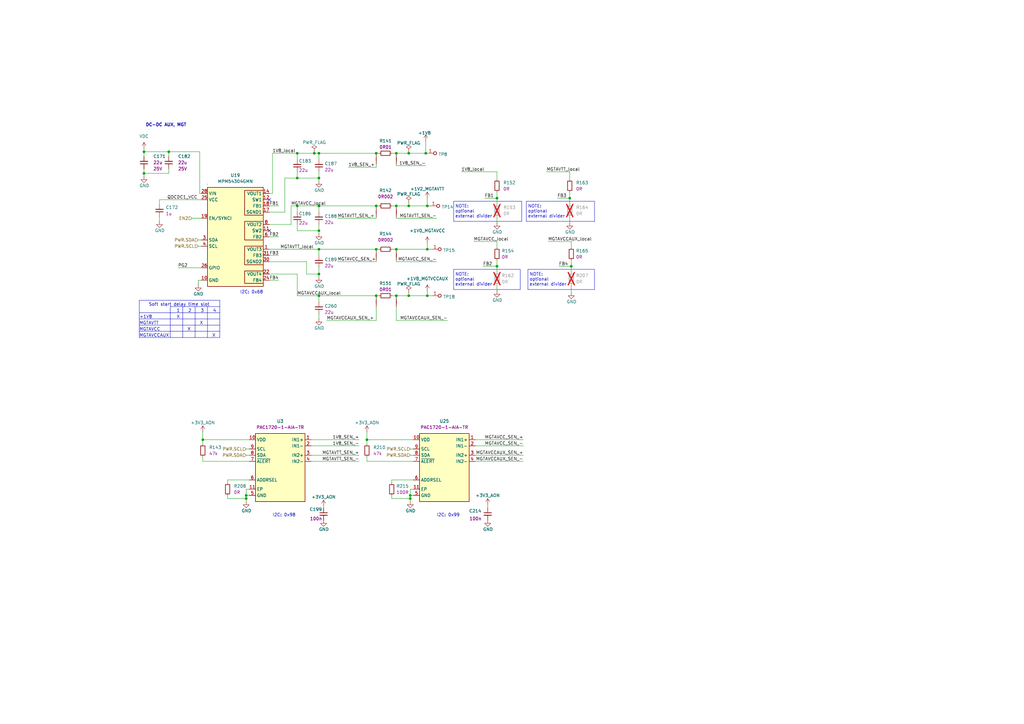
<source format=kicad_sch>
(kicad_sch (version 20230121) (generator eeschema)
  (paper "A3")
  (title_block (title "RDIMM DDR5 Tester") (date "2024-09-26") (rev "2.0.0"))
  (junction (at 154.305 84.455))
  (junction (at 168.275 203.2))
  (junction (at 167.64 84.455))
  (junction (at 162.56 62.865))
  (junction (at 174.625 62.865))
  (junction (at 130.81 84.455))
  (junction (at 175.26 121.285))
  (junction (at 69.215 62.23))
  (junction (at 167.64 62.865))
  (junction (at 59.055 71.12))
  (junction (at 128.905 62.865))
  (junction (at 175.26 84.455))
  (junction (at 59.055 62.23))
  (junction (at 168.275 204.47))
  (junction (at 233.68 81.28))
  (junction (at 121.92 62.865))
  (junction (at 150.495 180.34))
  (junction (at 154.305 62.865))
  (junction (at 234.315 109.22))
  (junction (at 100.965 204.47))
  (junction (at 130.81 62.865))
  (junction (at 203.835 109.22))
  (junction (at 100.965 203.2))
  (junction (at 121.92 73.025))
  (junction (at 154.305 102.235))
  (junction (at 162.56 102.235))
  (junction (at 203.835 81.28))
  (junction (at 175.26 102.235))
  (junction (at 130.81 102.235))
  (junction (at 130.81 94.615))
  (junction (at 130.81 121.285))
  (junction (at 167.64 121.285))
  (junction (at 162.56 84.455))
  (junction (at 130.81 73.025))
  (junction (at 162.56 121.285))
  (junction (at 83.185 180.34))
  (junction (at 121.92 84.455))
  (junction (at 130.81 112.395))
  (junction (at 154.305 121.285))
  (no_connect (at 110.49 81.915))
  (no_connect (at 110.49 94.615))
  (wire (pts (xy 130.81 102.235) (xy 154.305 102.235)))
  (wire (pts (xy 154.305 102.235) (xy 155.575 102.235)))
  (wire (pts (xy 200.025 207.01) (xy 200.025 208.28)))
  (wire (pts (xy 116.84 86.995) (xy 116.84 73.025)))
  (wire (pts (xy 81.28 98.425) (xy 82.55 98.425)))
  (wire (pts (xy 168.275 200.66) (xy 168.275 203.2)))
  (wire (pts (xy 59.055 62.23) (xy 59.055 64.135)))
  (wire (pts (xy 162.56 67.945) (xy 174.625 67.945)))
  (wire (pts (xy 203.835 99.06) (xy 203.835 101.6)))
  (wire (pts (xy 130.81 70.485) (xy 130.81 73.025)))
  (wire (pts (xy 132.715 207.645) (xy 132.715 208.28)))
  (wire (pts (xy 203.835 109.22) (xy 203.835 111.76)))
  (wire (pts (xy 111.76 62.865) (xy 121.92 62.865)))
  (wire (pts (xy 162.56 107.315) (xy 179.07 107.315)))
  (wire (pts (xy 81.28 114.935) (xy 82.55 114.935)))
  (polyline (pts (xy 80.01 125.73) (xy 80.01 138.43)))
  (wire (pts (xy 83.185 182.245) (xy 83.185 180.34)))
  (polyline (pts (xy 90.17 130.81) (xy 90.17 133.35)))
  (polyline (pts (xy 186.055 82.55) (xy 186.055 90.805)))
  (wire (pts (xy 169.545 203.2) (xy 168.275 203.2)))
  (wire (pts (xy 175.26 99.695) (xy 175.26 102.235)))
  (wire (pts (xy 162.56 102.87) (xy 162.56 102.235)))
  (wire (pts (xy 59.055 69.215) (xy 59.055 71.12)))
  (wire (pts (xy 93.345 203.2) (xy 93.345 204.47)))
  (polyline (pts (xy 90.17 130.81) (xy 90.17 123.19)))
  (wire (pts (xy 100.965 200.66) (xy 100.965 203.2)))
  (wire (pts (xy 154.305 121.285) (xy 155.575 121.285)))
  (polyline (pts (xy 57.15 130.81) (xy 90.17 130.81)))
  (wire (pts (xy 150.495 177.165) (xy 150.495 180.34)))
  (wire (pts (xy 175.26 102.235) (xy 177.165 102.235)))
  (wire (pts (xy 198.12 109.22) (xy 203.835 109.22)))
  (wire (pts (xy 100.965 184.15) (xy 102.235 184.15)))
  (wire (pts (xy 233.68 88.9) (xy 233.68 91.44)))
  (wire (pts (xy 130.81 84.455) (xy 154.305 84.455)))
  (polyline (pts (xy 243.84 110.49) (xy 243.84 118.745)))
  (polyline (pts (xy 215.9 82.55) (xy 215.9 90.805)))
  (wire (pts (xy 110.49 97.155) (xy 114.3 97.155)))
  (wire (pts (xy 121.92 62.865) (xy 121.92 65.405)))
  (wire (pts (xy 168.275 184.15) (xy 169.545 184.15)))
  (wire (pts (xy 110.49 114.935) (xy 114.3 114.935)))
  (polyline (pts (xy 69.85 125.73) (xy 69.85 127)))
  (wire (pts (xy 114.3 84.455) (xy 110.49 84.455)))
  (wire (pts (xy 121.92 70.485) (xy 121.92 73.025)))
  (wire (pts (xy 81.915 62.23) (xy 81.915 79.375)))
  (polyline (pts (xy 57.15 135.89) (xy 90.17 135.89)))
  (wire (pts (xy 102.235 200.66) (xy 100.965 200.66)))
  (wire (pts (xy 160.655 203.2) (xy 160.655 204.47)))
  (wire (pts (xy 194.945 182.88) (xy 214.63 182.88)))
  (polyline (pts (xy 243.84 82.55) (xy 243.84 90.805)))
  (wire (pts (xy 229.235 109.22) (xy 234.315 109.22)))
  (wire (pts (xy 128.905 62.865) (xy 130.81 62.865)))
  (wire (pts (xy 167.64 121.285) (xy 175.26 121.285)))
  (wire (pts (xy 162.56 107.315) (xy 162.56 106.68)))
  (wire (pts (xy 160.655 196.85) (xy 160.655 198.12)))
  (wire (pts (xy 175.26 84.455) (xy 176.53 84.455)))
  (wire (pts (xy 150.495 189.23) (xy 169.545 189.23)))
  (wire (pts (xy 100.965 203.2) (xy 100.965 204.47)))
  (wire (pts (xy 194.945 186.69) (xy 214.63 186.69)))
  (wire (pts (xy 59.055 60.96) (xy 59.055 62.23)))
  (wire (pts (xy 121.92 112.395) (xy 121.92 121.285)))
  (wire (pts (xy 175.26 62.865) (xy 174.625 62.865)))
  (polyline (pts (xy 213.995 82.55) (xy 213.995 90.805)))
  (polyline (pts (xy 216.535 110.49) (xy 216.535 118.745)))
  (polyline (pts (xy 215.9 82.55) (xy 243.84 82.55)))
  (wire (pts (xy 160.655 102.235) (xy 162.56 102.235)))
  (wire (pts (xy 162.56 62.865) (xy 167.64 62.865)))
  (wire (pts (xy 194.945 180.34) (xy 214.63 180.34)))
  (wire (pts (xy 127.635 180.34) (xy 147.32 180.34)))
  (wire (pts (xy 224.79 99.06) (xy 234.315 99.06)))
  (polyline (pts (xy 90.17 138.43) (xy 90.17 133.35)))
  (wire (pts (xy 110.49 79.375) (xy 111.76 79.375)))
  (wire (pts (xy 162.56 67.31) (xy 162.56 67.945)))
  (wire (pts (xy 130.81 128.905) (xy 130.81 130.81)))
  (wire (pts (xy 174.625 62.865) (xy 174.625 57.785)))
  (wire (pts (xy 130.81 73.025) (xy 130.81 74.295)))
  (wire (pts (xy 110.49 92.075) (xy 119.38 92.075)))
  (wire (pts (xy 203.835 70.485) (xy 203.835 73.66)))
  (wire (pts (xy 234.315 109.22) (xy 234.315 111.76)))
  (polyline (pts (xy 243.84 90.805) (xy 215.9 90.805)))
  (wire (pts (xy 150.495 189.23) (xy 150.495 187.325)))
  (wire (pts (xy 162.56 125.73) (xy 162.56 131.445)))
  (wire (pts (xy 83.185 189.23) (xy 83.185 187.325)))
  (wire (pts (xy 154.305 89.535) (xy 138.43 89.535)))
  (wire (pts (xy 102.235 196.85) (xy 93.345 196.85)))
  (wire (pts (xy 65.405 81.915) (xy 82.55 81.915)))
  (wire (pts (xy 154.305 107.315) (xy 138.43 107.315)))
  (wire (pts (xy 121.92 84.455) (xy 130.81 84.455)))
  (wire (pts (xy 81.915 79.375) (xy 82.55 79.375)))
  (wire (pts (xy 224.155 70.485) (xy 233.68 70.485)))
  (wire (pts (xy 194.945 189.23) (xy 214.63 189.23)))
  (wire (pts (xy 100.965 186.69) (xy 102.235 186.69)))
  (wire (pts (xy 110.49 112.395) (xy 121.92 112.395)))
  (wire (pts (xy 162.56 85.09) (xy 162.56 84.455)))
  (wire (pts (xy 59.055 62.23) (xy 69.215 62.23)))
  (wire (pts (xy 160.655 121.285) (xy 162.56 121.285)))
  (wire (pts (xy 167.64 62.23) (xy 167.64 62.865)))
  (wire (pts (xy 150.495 182.245) (xy 150.495 180.34)))
  (wire (pts (xy 154.305 85.09) (xy 154.305 84.455)))
  (polyline (pts (xy 74.93 125.73) (xy 74.93 138.43)))
  (wire (pts (xy 69.215 62.23) (xy 81.915 62.23)))
  (wire (pts (xy 203.835 116.84) (xy 203.835 119.38)))
  (wire (pts (xy 162.56 102.235) (xy 175.26 102.235)))
  (wire (pts (xy 162.56 131.445) (xy 183.515 131.445)))
  (wire (pts (xy 162.56 88.9) (xy 162.56 89.535)))
  (wire (pts (xy 167.64 84.455) (xy 175.26 84.455)))
  (wire (pts (xy 81.28 114.935) (xy 81.28 116.84)))
  (wire (pts (xy 83.185 180.34) (xy 102.235 180.34)))
  (wire (pts (xy 130.81 94.615) (xy 130.81 95.885)))
  (wire (pts (xy 154.305 84.455) (xy 155.575 84.455)))
  (wire (pts (xy 111.76 62.865) (xy 111.76 79.375)))
  (wire (pts (xy 154.305 102.87) (xy 154.305 102.235)))
  (wire (pts (xy 125.73 112.395) (xy 130.81 112.395)))
  (wire (pts (xy 162.56 121.92) (xy 162.56 121.285)))
  (wire (pts (xy 160.655 204.47) (xy 168.275 204.47)))
  (wire (pts (xy 127.635 189.23) (xy 147.32 189.23)))
  (wire (pts (xy 175.26 81.28) (xy 175.26 84.455)))
  (wire (pts (xy 189.23 70.485) (xy 203.835 70.485)))
  (wire (pts (xy 162.56 121.285) (xy 167.64 121.285)))
  (wire (pts (xy 234.315 116.84) (xy 234.315 120.015)))
  (wire (pts (xy 168.275 203.2) (xy 168.275 204.47)))
  (polyline (pts (xy 186.055 110.49) (xy 213.36 110.49)))
  (polyline (pts (xy 69.85 127) (xy 69.85 138.43)))
  (wire (pts (xy 175.26 121.285) (xy 177.165 121.285)))
  (wire (pts (xy 154.305 63.5) (xy 154.305 62.865)))
  (wire (pts (xy 198.755 81.28) (xy 203.835 81.28)))
  (wire (pts (xy 162.56 89.535) (xy 179.07 89.535)))
  (wire (pts (xy 83.185 177.165) (xy 83.185 180.34)))
  (wire (pts (xy 116.84 73.025) (xy 121.92 73.025)))
  (wire (pts (xy 121.92 84.455) (xy 121.92 86.995)))
  (wire (pts (xy 167.64 83.185) (xy 167.64 84.455)))
  (polyline (pts (xy 213.36 118.745) (xy 186.055 118.745)))
  (wire (pts (xy 203.835 106.68) (xy 203.835 109.22)))
  (wire (pts (xy 162.56 84.455) (xy 167.64 84.455)))
  (wire (pts (xy 233.68 70.485) (xy 233.68 73.66)))
  (wire (pts (xy 69.215 62.23) (xy 69.215 64.135)))
  (wire (pts (xy 125.73 107.315) (xy 125.73 112.395)))
  (wire (pts (xy 69.215 69.215) (xy 69.215 71.12)))
  (wire (pts (xy 154.305 68.58) (xy 154.305 67.31)))
  (wire (pts (xy 130.81 62.865) (xy 130.81 65.405)))
  (wire (pts (xy 154.305 62.865) (xy 155.575 62.865)))
  (wire (pts (xy 169.545 200.66) (xy 168.275 200.66)))
  (wire (pts (xy 234.315 106.68) (xy 234.315 109.22)))
  (wire (pts (xy 130.81 109.855) (xy 130.81 112.395)))
  (polyline (pts (xy 57.15 133.35) (xy 90.17 133.35)))
  (polyline (pts (xy 57.15 123.19) (xy 57.15 133.35)))
  (wire (pts (xy 150.495 180.34) (xy 169.545 180.34)))
  (polyline (pts (xy 186.055 110.49) (xy 186.055 118.745)))
  (polyline (pts (xy 243.84 118.745) (xy 216.535 118.745)))
  (wire (pts (xy 127.635 182.88) (xy 147.32 182.88)))
  (wire (pts (xy 203.835 81.28) (xy 203.835 83.82)))
  (wire (pts (xy 78.74 89.535) (xy 82.55 89.535)))
  (wire (pts (xy 175.26 119.38) (xy 175.26 121.285)))
  (wire (pts (xy 160.655 62.865) (xy 162.56 62.865)))
  (wire (pts (xy 154.305 106.68) (xy 154.305 107.315)))
  (wire (pts (xy 73.025 109.855) (xy 82.55 109.855)))
  (wire (pts (xy 121.92 62.865) (xy 128.905 62.865)))
  (wire (pts (xy 130.81 92.075) (xy 130.81 94.615)))
  (polyline (pts (xy 213.995 90.805) (xy 186.055 90.805)))
  (wire (pts (xy 167.64 120.015) (xy 167.64 121.285)))
  (wire (pts (xy 233.68 81.28) (xy 233.68 83.82)))
  (wire (pts (xy 154.305 68.58) (xy 142.875 68.58)))
  (polyline (pts (xy 57.15 128.27) (xy 90.17 128.27)))
  (wire (pts (xy 83.185 189.23) (xy 102.235 189.23)))
  (wire (pts (xy 93.345 204.47) (xy 100.965 204.47)))
  (wire (pts (xy 65.405 88.9) (xy 65.405 90.805)))
  (wire (pts (xy 81.28 100.965) (xy 82.55 100.965)))
  (wire (pts (xy 121.92 92.075) (xy 121.92 94.615)))
  (wire (pts (xy 102.235 203.2) (xy 100.965 203.2)))
  (wire (pts (xy 130.81 62.865) (xy 154.305 62.865)))
  (polyline (pts (xy 57.15 138.43) (xy 90.17 138.43)))
  (wire (pts (xy 194.31 99.06) (xy 203.835 99.06)))
  (polyline (pts (xy 216.535 110.49) (xy 243.84 110.49)))
  (wire (pts (xy 119.38 84.455) (xy 121.92 84.455)))
  (wire (pts (xy 154.305 131.445) (xy 133.985 131.445)))
  (polyline (pts (xy 85.09 125.73) (xy 85.09 138.43)))
  (wire (pts (xy 203.835 88.9) (xy 203.835 91.44)))
  (wire (pts (xy 169.545 196.85) (xy 160.655 196.85)))
  (wire (pts (xy 121.92 73.025) (xy 130.81 73.025)))
  (wire (pts (xy 168.275 186.69) (xy 169.545 186.69)))
  (wire (pts (xy 130.81 121.285) (xy 154.305 121.285)))
  (wire (pts (xy 121.92 94.615) (xy 130.81 94.615)))
  (wire (pts (xy 128.905 62.23) (xy 128.905 62.865)))
  (wire (pts (xy 154.305 125.73) (xy 154.305 131.445)))
  (wire (pts (xy 65.405 81.915) (xy 65.405 83.82)))
  (wire (pts (xy 110.49 104.775) (xy 114.3 104.775)))
  (wire (pts (xy 130.81 112.395) (xy 130.81 113.665)))
  (wire (pts (xy 59.055 71.12) (xy 59.055 72.39)))
  (wire (pts (xy 228.6 81.28) (xy 233.68 81.28)))
  (wire (pts (xy 168.275 204.47) (xy 168.275 205.74)))
  (wire (pts (xy 154.305 88.9) (xy 154.305 89.535)))
  (polyline (pts (xy 186.055 82.55) (xy 213.995 82.55)))
  (wire (pts (xy 234.315 99.06) (xy 234.315 101.6)))
  (polyline (pts (xy 213.36 110.49) (xy 213.36 118.745)))
  (polyline (pts (xy 57.15 133.35) (xy 57.15 138.43)))
  (polyline (pts (xy 90.17 125.73) (xy 69.85 125.73)))
  (wire (pts (xy 121.92 121.285) (xy 130.81 121.285)))
  (polyline (pts (xy 90.17 123.19) (xy 57.15 123.19)))
  (wire (pts (xy 154.305 121.92) (xy 154.305 121.285)))
  (wire (pts (xy 100.965 204.47) (xy 100.965 205.74)))
  (wire (pts (xy 203.835 78.74) (xy 203.835 81.28)))
  (wire (pts (xy 160.655 84.455) (xy 162.56 84.455)))
  (wire (pts (xy 127.635 186.69) (xy 147.32 186.69)))
  (wire (pts (xy 162.56 63.5) (xy 162.56 62.865)))
  (wire (pts (xy 233.68 78.74) (xy 233.68 81.28)))
  (wire (pts (xy 130.81 121.285) (xy 130.81 123.825)))
  (wire (pts (xy 167.64 62.865) (xy 174.625 62.865)))
  (wire (pts (xy 130.81 84.455) (xy 130.81 86.995)))
  (wire (pts (xy 119.38 92.075) (xy 119.38 84.455)))
  (wire (pts (xy 110.49 86.995) (xy 116.84 86.995)))
  (wire (pts (xy 110.49 102.235) (xy 130.81 102.235)))
  (wire (pts (xy 110.49 107.315) (xy 125.73 107.315)))
  (wire (pts (xy 93.345 196.85) (xy 93.345 198.12)))
  (wire (pts (xy 130.81 102.235) (xy 130.81 104.775)))
  (wire (pts (xy 69.215 71.12) (xy 59.055 71.12)))
  (text "+1V8" (at 57.15 130.81 0) (effects (font (size 1.27 1.27)) (justify left bottom)))
  (text "NOTE:\noptional \nexternal divider " (at 186.69 89.535 0) (effects (font (size 1.27 1.27)) (justify left bottom)))
  (text "X" (at 72.39 130.81 0) (effects (font (size 1.27 1.27)) (justify left bottom)))
  (text "MGTAVTT" (at 57.15 133.35 0) (effects (font (size 1.27 1.27)) (justify left bottom)))
  (text "I2C: 0x99" (at 179.07 212.09 0) (effects (font (size 1.27 1.27)) (justify left bottom)))
  (text "NOTE:\noptional \nexternal divider " (at 217.17 117.475 0) (effects (font (size 1.27 1.27)) (justify left bottom)))
  (text "X" (at 76.835 135.89 0) (effects (font (size 1.27 1.27)) (justify left bottom)))
  (text "X" (at 81.915 133.35 0) (effects (font (size 1.27 1.27)) (justify left bottom)))
  (text "NOTE:\noptional \nexternal divider " (at 216.535 89.535 0) (effects (font (size 1.27 1.27)) (justify left bottom)))
  (text "I2C: 0x98" (at 111.76 212.09 0) (effects (font (size 1.27 1.27)) (justify left bottom)))
  (text "X" (at 86.995 138.43 0) (effects (font (size 1.27 1.27)) (justify left bottom)))
  (text "NOTE:\noptional \nexternal divider " (at 186.69 117.475 0) (effects (font (size 1.27 1.27)) (justify left bottom)))
  (text "DC-DC AUX, MGT" (at 59.69 52.07 0) (effects (font (size 1.27 1.27) (thickness 0.254) bold) (justify left bottom)))
  (text "1	2	3	4" (at 72.39 128.27 0) (effects (font (size 1.27 1.27)) (justify left bottom)))
  (text "Soft start delay time slot" (at 60.96 125.73 0) (effects (font (size 1.27 1.27)) (justify left bottom)))
  (text "MGTAVCCAUX" (at 57.15 138.43 0) (effects (font (size 1.27 1.27)) (justify left bottom)))
  (text "I2C: 0x68" (at 98.425 120.65 0) (effects (font (size 1.27 1.27)) (justify left bottom)))
  (text "MGTAVCC" (at 57.15 135.89 0) (effects (font (size 1.27 1.27)) (justify left bottom)))
  (label "MGTAVCC_local" (at 194.31 99.06 0))
  (label "MGTAVTT_local" (at 224.155 70.485 0))
  (label "1V8_SEN_+" (at 147.32 180.34 180))
  (label "1V8_SEN_-" (at 147.32 182.88 180))
  (label "1V8_SEN_-" (at 174.625 67.945 180))
  (label "1V8_local" (at 189.23 70.485 0))
  (label "FB1" (at 198.755 81.28 0))
  (label "MGTAVTT_SEN_-" (at 179.07 89.535 180))
  (label "MGTAVCCAUX_SEN_-" (at 183.515 131.445 180))
  (label "1V8_SEN_+" (at 142.875 68.58 0))
  (label "FB3" (at 228.6 81.28 0))
  (label "MGTAVTT_SEN_-" (at 147.32 189.23 180))
  (label "MGTAVTT_SEN_+" (at 147.32 186.69 180))
  (label "FB2" (at 114.3 97.155 180))
  (label "MGTAVTT_local" (at 114.935 102.235 0))
  (label "MGTAVCC_SEN_-" (at 214.63 182.88 180))
  (label "MGTAVCCAUX_SEN_+" (at 133.985 131.445 0))
  (label "FB4" (at 114.3 114.935 180))
  (label "FB1" (at 114.3 84.455 180))
  (label "PG2" (at 73.025 109.855 0))
  (label "MGTAVCCAUX_SEN_+" (at 214.63 186.69 180))
  (label "QDCDC1_VCC" (at 68.58 81.915 0))
  (label "MGTAVCC_SEN_+" (at 138.43 107.315 0))
  (label "FB4" (at 229.235 109.22 0))
  (label "MGTAVCC_SEN_+" (at 214.63 180.34 180))
  (label "MGTAVCCAUX_local" (at 224.79 99.06 0))
  (label "MGTAVCCAUX_SEN_-" (at 214.63 189.23 180))
  (label "FB3" (at 114.3 104.775 180))
  (label "FB2" (at 198.12 109.22 0))
  (label "MGTAVCC_local" (at 119.38 84.455 0))
  (label "1V8_local" (at 111.76 62.865 0))
  (label "MGTAVCCAUX_local" (at 121.92 121.285 0))
  (label "MGTAVTT_SEN_+" (at 138.43 89.535 0))
  (label "MGTAVCC_SEN_-" (at 179.07 107.315 180))
  (hierarchical_label "PWR.SDA" (shape input) (at 81.28 98.425 180))
  (hierarchical_label "EN2" (shape input) (at 78.74 89.535 180))
  (hierarchical_label "PWR.SDA" (shape input) (at 100.965 186.69 180))
  (hierarchical_label "PWR.SCL" (shape input) (at 100.965 184.15 180))
  (hierarchical_label "PWR.SCL" (shape input) (at 81.28 100.965 180))
  (hierarchical_label "PWR.SCL" (shape input) (at 168.275 184.15 180))
  (hierarchical_label "PWR.SDA" (shape input) (at 168.275 186.69 180))
  (symbol (lib_id "antmicroResistors0402:R_47k_0402") (at 83.185 187.325 270) (mirror x) (unit 1)
    (property "Reference" "R143" (at 85.725 183.515 90) (effects (justify left)))
    (property "Value" "R_47k_0402" (effects hide))
    (property "Footprint" "antmicro-footprints:R_0402_1005Metric" (effects hide))
    (property "Datasheet" "https://www.bourns.com/docs/product-datasheets/cr.pdf" (effects hide))
    (property "Manufacturer" "Bourns" (effects hide))
    (property "MPN" "CR0402-FX-4702GLF" (effects hide))
    (property "Val" "47k" (at 85.725 186.055 90) (effects (justify left)))
    (property "License" "Apache-2.0" (effects hide))
    (property "Author" "Antmicro" (effects hide))
    (property "Tolerance" "1%" (effects hide))
  )
  (symbol (lib_id "antmicroResistors0402:R_0R_0402") (at 233.68 88.9 90) (unit 1) (in_bom no) (dnp yes)
    (property "Reference" "R164" (at 236.22 85.09 90) (effects (justify right)))
    (property "Value" "R_0R_0402" (effects hide))
    (property "Footprint" "antmicro-footprints:R_0402_1005Metric" (effects hide))
    (property "Datasheet" "https://industrial.panasonic.com/cdbs/www-data/pdf/RDA0000/AOA0000C301.pdf" (effects hide))
    (property "Manufacturer" "Panasonic" (effects hide))
    (property "MPN" "ERJ2GE0R00X" (effects hide))
    (property "Val" "0R" (at 236.22 87.63 90) (effects (justify right)))
    (property "DNP" "DNP" (at 233.68 84.455 0) (effects (justify right)))
    (property "License" "Apache-2.0" (effects hide))
    (property "Author" "Antmicro" (effects hide))
    (property "Current" "1A" (effects hide))
  )
  (symbol (lib_id "antmicropower:PWR_FLAG") (at 167.64 83.185 0) (unit 1)
    (property "Reference" "#FLG010" (effects hide))
    (property "Value" "PWR_FLAG" (at 167.64 79.6092 0))
  )
  (symbol (lib_id "antmicroPowerMeasurement:PAC1720-1-AIA-TR") (at 102.235 180.34 0) (unit 1)
    (property "Reference" "U3" (at 114.935 172.72 0))
    (property "Value" "PAC1720-1" (effects hide))
    (property "Footprint" "antmicro-footprints:DFN-10-1EP_3x3mm" (effects hide))
    (property "Datasheet" "https://ww1.microchip.com/downloads/aemDocuments/documents/MSLD/ProductDocuments/DataSheets/PAC1710-PAC1720-Data-Sheet-DS20005386.pdf" (effects hide))
    (property "MPN" "PAC1720-1-AIA-TR" (at 114.935 175.26 0))
    (property "Manufacturer" "Microchip Technology" (effects hide))
    (property "Author" "Antmicro" (effects hide))
    (property "License" "Apache-2.0" (effects hide))
  )
  (symbol (lib_id "antmicroPowerMeasurement:PAC1720-1-AIA-TR") (at 169.545 180.34 0) (unit 1)
    (property "Reference" "U25" (at 182.245 172.72 0))
    (property "Value" "PAC1720-1" (effects hide))
    (property "Footprint" "antmicro-footprints:DFN-10-1EP_3x3mm" (effects hide))
    (property "Datasheet" "https://ww1.microchip.com/downloads/aemDocuments/documents/MSLD/ProductDocuments/DataSheets/PAC1710-PAC1720-Data-Sheet-DS20005386.pdf" (effects hide))
    (property "MPN" "PAC1720-1-AIA-TR" (at 182.245 175.26 0))
    (property "Manufacturer" "Microchip Technology" (effects hide))
    (property "Author" "Antmicro" (effects hide))
    (property "License" "Apache-2.0" (effects hide))
  )
  (symbol (lib_id "antmicropower:+1V2_MGTAVTT") (at 175.26 81.28 0) (unit 1)
    (property "Reference" "#PWR0321" (effects hide))
    (property "Value" "+1V2_MGTAVTT" (at 175.26 77.47 0))
  )
  (symbol (lib_id "antmicropower:GND") (at 130.81 95.885 0) (unit 1)
    (property "Reference" "#PWR0304" (effects hide))
    (property "Value" "GND" (at 128.905 100.33 0) (effects (justify left bottom)))
    (property "Author" "Antmicro" (effects hide))
    (property "License" "Apache-2.0" (effects hide))
  )
  (symbol (lib_id "antmicropower:VDC") (at 59.055 60.96 0) (unit 1)
    (property "Reference" "#PWR0278" (effects hide))
    (property "Value" "VDC" (at 59.055 55.88 0))
  )
  (symbol (lib_id "antmicropower:GND") (at 130.81 130.81 0) (unit 1)
    (property "Reference" "#PWR0306" (effects hide))
    (property "Value" "GND" (at 128.905 135.255 0) (effects (justify left bottom)))
    (property "Author" "Antmicro" (effects hide))
    (property "License" "Apache-2.0" (effects hide))
  )
  (symbol (lib_id "antmicroTestPoints:TP_1mm_SMD") (at 175.26 62.865 0) (unit 1)
    (property "Reference" "TP8" (at 179.832 63.2988 0) (effects (justify left)))
    (property "Value" "TP_1mm_SMD" (effects hide))
    (property "Footprint" "antmicro-footprints:TP_SMD_1mm" (effects hide))
    (property "Author" "Antmicro" (effects hide))
    (property "License" "Apache-2.0" (effects hide))
  )
  (symbol (lib_id "antmicroCapacitors0603:C_22u_0603") (at 130.81 109.855 90) (unit 1)
    (property "Reference" "C189" (at 133.1341 106.478 90) (effects (justify right)))
    (property "Value" "C_22u_0603" (effects hide))
    (property "Footprint" "antmicro-footprints:C_0603_1608Metric" (effects hide))
    (property "Datasheet" "https://www.murata.com/products/productdetail?partno=GRM188R60J226MEA0%23" (effects hide))
    (property "Manufacturer" "Murata" (effects hide))
    (property "MPN" "GRM188R60J226MEA0D" (effects hide))
    (property "Val" "22u" (at 133.1341 109.0083 90) (effects (justify right)))
    (property "License" "Apache-2.0" (effects hide))
    (property "Author" "Antmicro" (effects hide))
  )
  (symbol (lib_id "antmicropower:PWR_FLAG") (at 167.64 120.015 0) (unit 1)
    (property "Reference" "#FLG011" (effects hide))
    (property "Value" "PWR_FLAG" (at 167.64 116.4392 0))
  )
  (symbol (lib_id "antmicropower:GND") (at 59.055 72.39 0) (unit 1)
    (property "Reference" "#PWR0286" (effects hide))
    (property "Value" "GND" (at 57.15 76.835 0) (effects (justify left bottom)))
    (property "Author" "Antmicro" (effects hide))
    (property "License" "Apache-2.0" (effects hide))
  )
  (symbol (lib_id "antmicropower:GND") (at 203.835 91.44 0) (unit 1)
    (property "Reference" "#PWR0342" (effects hide))
    (property "Value" "GND" (at 201.93 95.885 0) (effects (justify left bottom)))
    (property "Author" "Antmicro" (effects hide))
    (property "License" "Apache-2.0" (effects hide))
  )
  (symbol (lib_id "antmicroResistors0402:R_47k_0402") (at 150.495 187.325 270) (mirror x) (unit 1)
    (property "Reference" "R210" (at 153.035 183.515 90) (effects (justify left)))
    (property "Value" "R_47k_0402" (effects hide))
    (property "Footprint" "antmicro-footprints:R_0402_1005Metric" (effects hide))
    (property "Datasheet" "https://www.bourns.com/docs/product-datasheets/cr.pdf" (effects hide))
    (property "Manufacturer" "Bourns" (effects hide))
    (property "MPN" "CR0402-FX-4702GLF" (effects hide))
    (property "Val" "47k" (at 153.035 186.055 90) (effects (justify left)))
    (property "License" "Apache-2.0" (effects hide))
    (property "Author" "Antmicro" (effects hide))
    (property "Tolerance" "1%" (effects hide))
  )
  (symbol (lib_id "antmicroResistors0402:R_0R_0402") (at 203.835 106.68 90) (unit 1)
    (property "Reference" "R154" (at 205.74 102.8699 90) (effects (justify right)))
    (property "Value" "R_0R_0402" (effects hide))
    (property "Footprint" "antmicro-footprints:R_0402_1005Metric" (effects hide))
    (property "Datasheet" "https://industrial.panasonic.com/cdbs/www-data/pdf/RDA0000/AOA0000C301.pdf" (effects hide))
    (property "Manufacturer" "Panasonic" (effects hide))
    (property "MPN" "ERJ2GE0R00X" (effects hide))
    (property "Val" "0R" (at 205.74 105.4099 90) (effects (justify right)))
    (property "License" "Apache-2.0" (effects hide))
    (property "Author" "Antmicro" (effects hide))
    (property "Current" "1A" (effects hide))
  )
  (symbol (lib_id "antmicropower:GND") (at 65.405 90.805 0) (unit 1)
    (property "Reference" "#PWR0287" (effects hide))
    (property "Value" "GND" (at 63.5 95.25 0) (effects (justify left bottom)))
    (property "Author" "Antmicro" (effects hide))
    (property "License" "Apache-2.0" (effects hide))
  )
  (symbol (lib_id "antmicroShuntsJumpers:Net-Tie_P0.127mm") (at 162.56 88.9 90) (unit 1) (in_bom no)
    (property "Reference" "NT10" (effects hide))
    (property "Value" "Net-Tie_P0.127mm" (effects hide))
    (property "Footprint" "antmicro-footprints:NetTie-2_SMD_Pad0.127mm" (effects hide))
    (property "Author" "Antmicro" (effects hide))
    (property "License" "Apache-2.0" (effects hide))
  )
  (symbol (lib_id "antmicroResistors0402:R_100R_0402") (at 160.655 203.2 90) (unit 1)
    (property "Reference" "R215" (at 162.56 199.39 90) (effects (justify right)))
    (property "Value" "R_100R_0402" (effects hide))
    (property "Footprint" "antmicro-footprints:R_0402_1005Metric" (effects hide))
    (property "Datasheet" "https://www.bourns.com/docs/product-datasheets/cr.pdf" (effects hide))
    (property "MPN" "CR0402-FX-1000GLF" (effects hide))
    (property "Manufacturer" "Bourns" (effects hide))
    (property "License" "Apache-2.0" (effects hide))
    (property "Author" "Antmicro" (effects hide))
    (property "Val" "100R" (at 162.56 201.93 90) (effects (justify right)))
    (property "Tolerance" "1%" (effects hide))
  )
  (symbol (lib_id "antmicropower:PWR_FLAG") (at 128.905 62.23 0) (unit 1)
    (property "Reference" "#FLG04" (effects hide))
    (property "Value" "PWR_FLAG" (at 128.905 58.42 0))
  )
  (symbol (lib_id "antmicropower:GND") (at 234.315 120.015 0) (unit 1)
    (property "Reference" "#PWR0394" (effects hide))
    (property "Value" "GND" (at 232.41 124.46 0) (effects (justify left bottom)))
    (property "Author" "Antmicro" (effects hide))
    (property "License" "Apache-2.0" (effects hide))
  )
  (symbol (lib_id "antmicropower:GND") (at 203.835 119.38 0) (unit 1)
    (property "Reference" "#PWR0344" (effects hide))
    (property "Value" "GND" (at 201.93 123.825 0) (effects (justify left bottom)))
    (property "Author" "Antmicro" (effects hide))
    (property "License" "Apache-2.0" (effects hide))
  )
  (symbol (lib_id "antmicroShuntsJumpers:Net-Tie_P0.127mm") (at 154.305 106.68 90) (unit 1) (in_bom no)
    (property "Reference" "NT3" (effects hide))
    (property "Value" "Net-Tie_P0.127mm" (effects hide))
    (property "Footprint" "antmicro-footprints:NetTie-2_SMD_Pad0.127mm" (effects hide))
    (property "Author" "Antmicro" (effects hide))
    (property "License" "Apache-2.0" (effects hide))
  )
  (symbol (lib_id "antmicroTestPoints:TP_1mm_SMD") (at 177.165 102.235 0) (unit 1)
    (property "Reference" "TP15" (at 181.737 102.6688 0) (effects (justify left)))
    (property "Value" "TP_1mm_SMD" (effects hide))
    (property "Footprint" "antmicro-footprints:TP_SMD_1mm" (effects hide))
    (property "Author" "Antmicro" (effects hide))
    (property "License" "Apache-2.0" (effects hide))
  )
  (symbol (lib_id "antmicroResistors0402:R_0R_0402") (at 234.315 106.68 90) (unit 1)
    (property "Reference" "R165" (at 236.22 102.8699 90) (effects (justify right)))
    (property "Value" "R_0R_0402" (effects hide))
    (property "Footprint" "antmicro-footprints:R_0402_1005Metric" (effects hide))
    (property "Datasheet" "https://industrial.panasonic.com/cdbs/www-data/pdf/RDA0000/AOA0000C301.pdf" (effects hide))
    (property "Manufacturer" "Panasonic" (effects hide))
    (property "MPN" "ERJ2GE0R00X" (effects hide))
    (property "Val" "0R" (at 236.22 105.4099 90) (effects (justify right)))
    (property "License" "Apache-2.0" (effects hide))
    (property "Author" "Antmicro" (effects hide))
    (property "Current" "1A" (effects hide))
  )
  (symbol (lib_id "antmicroCapacitors0402:C_100n_0402") (at 132.715 208.28 270) (unit 1)
    (property "Reference" "C199" (at 132.08 208.915 90) (effects (justify right)))
    (property "Value" "C_100n_0402" (effects hide))
    (property "Footprint" "antmicro-footprints:C_0402_1005Metric" (effects hide))
    (property "Datasheet" "https://www.murata.com/products/productdetail?partno=GRM155R61H104KE14%23" (effects hide))
    (property "Manufacturer" "Murata" (effects hide))
    (property "MPN" "GRM155R61H104KE14D" (effects hide))
    (property "Val" "100n" (at 132.08 212.725 90) (effects (justify right)))
    (property "License" "Apache-2.0" (effects hide))
    (property "Author" "Antmicro" (effects hide))
    (property "Voltage" "50V" (effects hide))
    (property "Dielectric" "X5R" (effects hide))
  )
  (symbol (lib_id "antmicroCapacitors0603:C_22u_0603") (at 121.92 92.075 90) (unit 1)
    (property "Reference" "C186" (at 122.555 87.63 90) (effects (justify right)))
    (property "Value" "C_22u_0603" (effects hide))
    (property "Footprint" "antmicro-footprints:C_0603_1608Metric" (effects hide))
    (property "Datasheet" "https://www.murata.com/products/productdetail?partno=GRM188R60J226MEA0%23" (effects hide))
    (property "Manufacturer" "Murata" (effects hide))
    (property "MPN" "GRM188R60J226MEA0D" (effects hide))
    (property "Val" "22u" (at 122.555 91.44 90) (effects (justify right)))
    (property "License" "Apache-2.0" (effects hide))
    (property "Author" "Antmicro" (effects hide))
  )
  (symbol (lib_id "antmicroShuntsJumpers:Net-Tie_P0.127mm") (at 154.305 88.9 90) (unit 1) (in_bom no)
    (property "Reference" "NT2" (effects hide))
    (property "Value" "Net-Tie_P0.127mm" (effects hide))
    (property "Footprint" "antmicro-footprints:NetTie-2_SMD_Pad0.127mm" (effects hide))
    (property "Author" "Antmicro" (effects hide))
    (property "License" "Apache-2.0" (effects hide))
  )
  (symbol (lib_id "antmicroResistors0402:R_0R_0402") (at 233.68 78.74 90) (unit 1)
    (property "Reference" "R163" (at 236.22 74.9299 90) (effects (justify right)))
    (property "Value" "R_0R_0402" (effects hide))
    (property "Footprint" "antmicro-footprints:R_0402_1005Metric" (effects hide))
    (property "Datasheet" "https://industrial.panasonic.com/cdbs/www-data/pdf/RDA0000/AOA0000C301.pdf" (effects hide))
    (property "Manufacturer" "Panasonic" (effects hide))
    (property "MPN" "ERJ2GE0R00X" (effects hide))
    (property "Val" "0R" (at 236.22 77.4699 90) (effects (justify right)))
    (property "License" "Apache-2.0" (effects hide))
    (property "Author" "Antmicro" (effects hide))
    (property "Current" "1A" (effects hide))
  )
  (symbol (lib_id "antmicropower:GND") (at 100.965 205.74 0) (unit 1)
    (property "Reference" "#PWR0361" (effects hide))
    (property "Value" "GND" (at 99.06 210.185 0) (effects (justify left bottom)))
    (property "Author" "Antmicro" (effects hide))
    (property "License" "Apache-2.0" (effects hide))
  )
  (symbol (lib_id "antmicropower:PWR_FLAG") (at 167.64 62.23 0) (unit 1)
    (property "Reference" "#FLG09" (effects hide))
    (property "Value" "PWR_FLAG" (at 167.64 58.6542 0))
  )
  (symbol (lib_id "antmicropower:+3V3_AON") (at 132.715 207.645 0) (unit 1)
    (property "Reference" "#PWR0366" (effects hide))
    (property "Value" "+3V3_AON" (at 132.715 203.835 0))
  )
  (symbol (lib_id "antmicroResistorsmisc:R_0R01_1206") (at 155.575 62.865 0) (unit 1)
    (property "Reference" "R141" (at 158.115 57.785 0))
    (property "Value" "R_0R01_1206" (effects hide))
    (property "Footprint" "antmicro-footprints:R_1206_3216Metric" (effects hide))
    (property "Datasheet" "https://www.yageo.com/upload/media/product/productsearch/datasheet/rchip/PYu-RL_Group_521_RoHS_L_2.pdf" (effects hide))
    (property "Manufacturer" "YAGEO" (effects hide))
    (property "MPN" "RL1206FR-7W0R01L" (effects hide))
    (property "Val" "0R01" (at 158.115 60.325 0))
    (property "License" "Apache-2.0" (effects hide))
    (property "Author" "Antmicro" (effects hide))
    (property "Tolerance" "1%" (effects hide))
  )
  (symbol (lib_id "antmicroShuntsJumpers:Net-Tie_P0.127mm") (at 154.305 125.73 90) (unit 1) (in_bom no)
    (property "Reference" "NT4" (effects hide))
    (property "Value" "Net-Tie_P0.127mm" (effects hide))
    (property "Footprint" "antmicro-footprints:NetTie-2_SMD_Pad0.127mm" (effects hide))
    (property "Author" "Antmicro" (effects hide))
    (property "License" "Apache-2.0" (effects hide))
  )
  (symbol (lib_id "antmicropower:GND") (at 81.28 116.84 0) (unit 1)
    (property "Reference" "#PWR0288" (effects hide))
    (property "Value" "GND" (at 79.375 121.285 0) (effects (justify left bottom)))
    (property "Author" "Antmicro" (effects hide))
    (property "License" "Apache-2.0" (effects hide))
  )
  (symbol (lib_name "C_22u_25V_0805_1") (lib_id "antmicroCapacitorsmisc:C_22u_25V_0805") (at 69.215 69.215 90) (unit 1)
    (property "Reference" "C182" (at 73.025 64.1286 90) (effects (justify right)))
    (property "Value" "C_22u_25V_0805" (effects hide))
    (property "Footprint" "antmicro-footprints:C_0805_2012Metric" (effects hide))
    (property "Datasheet" "https://product.samsungsem.com/mlcc/CL21A226MAYNNN.do" (effects hide))
    (property "MPN" "CL21A226MAYNNNE" (effects hide))
    (property "Manufacturer" "Samsung Electro-Mechanics" (effects hide))
    (property "License" "Apache-2.0" (effects hide))
    (property "Author" "Antmicro" (effects hide))
    (property "Val" "22u" (at 73.025 66.6686 90) (effects (justify right)))
    (property "Voltage" "25V" (at 73.025 69.2086 90) (effects (justify right)))
    (property "Dielectric" "X5R" (effects hide))
    (property "Public" "False" (effects hide))
  )
  (symbol (lib_id "antmicroResistorsmisc:R_0R002_0805") (at 155.575 84.455 0) (unit 1)
    (property "Reference" "R142" (at 158.115 78.105 0))
    (property "Value" "R_0R002_0805" (effects hide))
    (property "Footprint" "antmicro-footprints:R_0805_2012Metric" (effects hide))
    (property "Datasheet" "https://www2.mouser.com/datasheet/2/447/PYu_PA0100_2512_51_RoHS_2-2604383.pdf" (effects hide))
    (property "MPN" "PA0805FRE470R002L" (effects hide))
    (property "Manufacturer" "YAGEO" (effects hide))
    (property "License" "Apache-2.0" (effects hide))
    (property "Author" "Antmicro" (effects hide))
    (property "Val" "0R002" (at 158.115 80.645 0))
    (property "Tolerance" "1%" (effects hide))
  )
  (symbol (lib_id "antmicroResistors0402:R_0R_0402") (at 93.345 203.2 90) (unit 1)
    (property "Reference" "R208" (at 95.885 199.39 90) (effects (justify right)))
    (property "Value" "R_0R_0402" (effects hide))
    (property "Footprint" "antmicro-footprints:R_0402_1005Metric" (effects hide))
    (property "Datasheet" "https://industrial.panasonic.com/cdbs/www-data/pdf/RDA0000/AOA0000C301.pdf" (effects hide))
    (property "MPN" "ERJ2GE0R00X" (effects hide))
    (property "Manufacturer" "Panasonic" (effects hide))
    (property "License" "Apache-2.0" (effects hide))
    (property "Author" "Antmicro" (effects hide))
    (property "Val" "0R" (at 95.885 201.93 90) (effects (justify right)))
    (property "Current" "1A" (effects hide))
  )
  (symbol (lib_id "antmicroShuntsJumpers:Net-Tie_P0.127mm") (at 162.56 106.68 90) (unit 1) (in_bom no)
    (property "Reference" "NT11" (effects hide))
    (property "Value" "Net-Tie_P0.127mm" (effects hide))
    (property "Footprint" "antmicro-footprints:NetTie-2_SMD_Pad0.127mm" (effects hide))
    (property "Author" "Antmicro" (effects hide))
    (property "License" "Apache-2.0" (effects hide))
  )
  (symbol (lib_id "antmicroCapacitors0603:C_22u_0603") (at 130.81 128.905 90) (unit 1)
    (property "Reference" "C260" (at 133.1341 125.528 90) (effects (justify right)))
    (property "Value" "C_22u_0603" (effects hide))
    (property "Footprint" "antmicro-footprints:C_0603_1608Metric" (effects hide))
    (property "Datasheet" "https://www.murata.com/products/productdetail?partno=GRM188R60J226MEA0%23" (effects hide))
    (property "Manufacturer" "Murata" (effects hide))
    (property "MPN" "GRM188R60J226MEA0D" (effects hide))
    (property "Val" "22u" (at 133.1341 128.0583 90) (effects (justify right)))
    (property "License" "Apache-2.0" (effects hide))
    (property "Author" "Antmicro" (effects hide))
  )
  (symbol (lib_id "antmicroCapacitors0603:C_22u_0603") (at 130.81 70.485 90) (unit 1)
    (property "Reference" "C187" (at 133.1341 67.108 90) (effects (justify right)))
    (property "Value" "C_22u_0603" (effects hide))
    (property "Footprint" "antmicro-footprints:C_0603_1608Metric" (effects hide))
    (property "Datasheet" "https://www.murata.com/products/productdetail?partno=GRM188R60J226MEA0%23" (effects hide))
    (property "Manufacturer" "Murata" (effects hide))
    (property "MPN" "GRM188R60J226MEA0D" (effects hide))
    (property "Val" "22u" (at 133.1341 69.6383 90) (effects (justify right)))
    (property "License" "Apache-2.0" (effects hide))
    (property "Author" "Antmicro" (effects hide))
  )
  (symbol (lib_id "antmicroShuntsJumpers:Net-Tie_P0.127mm") (at 162.56 67.31 90) (unit 1) (in_bom no)
    (property "Reference" "NT9" (effects hide))
    (property "Value" "Net-Tie_P0.127mm" (effects hide))
    (property "Footprint" "antmicro-footprints:NetTie-2_SMD_Pad0.127mm" (effects hide))
    (property "Author" "Antmicro" (effects hide))
    (property "License" "Apache-2.0" (effects hide))
  )
  (symbol (lib_id "antmicroResistorsmisc:R_0R002_0805") (at 155.575 102.235 0) (unit 1)
    (property "Reference" "R144" (at 158.115 95.885 0))
    (property "Value" "R_0R002_0805" (effects hide))
    (property "Footprint" "antmicro-footprints:R_0805_2012Metric" (effects hide))
    (property "Datasheet" "https://www2.mouser.com/datasheet/2/447/PYu_PA0100_2512_51_RoHS_2-2604383.pdf" (effects hide))
    (property "MPN" "PA0805FRE470R002L" (effects hide))
    (property "Manufacturer" "YAGEO" (effects hide))
    (property "License" "Apache-2.0" (effects hide))
    (property "Author" "Antmicro" (effects hide))
    (property "Val" "0R002" (at 158.115 98.425 0))
    (property "Tolerance" "1%" (effects hide))
  )
  (symbol (lib_id "antmicropower:GND") (at 233.68 91.44 0) (unit 1)
    (property "Reference" "#PWR0363" (effects hide))
    (property "Value" "GND" (at 231.775 95.885 0) (effects (justify left bottom)))
    (property "Author" "Antmicro" (effects hide))
    (property "License" "Apache-2.0" (effects hide))
  )
  (symbol (lib_id "antmicroPMICVoltageRegulatorsDCDCSwitchingRegulators:MPM54304GMN") (at 82.55 79.375 0) (unit 1)
    (property "Reference" "U19" (at 96.52 71.88 0))
    (property "Value" "MPM54304GMN" (at 96.52 74.4037 0))
    (property "Footprint" "antmicro-footprints:LGA-33_7x7mm_P0.65mm" (effects hide))
    (property "Datasheet" "https://www.monolithicpower.com/en/documentview/productdocument/index/version/2/document_type/Datasheet/lang/en/sku/MPM54304/document_id/4982/" (effects hide))
    (property "MPN" "MPM54304GMN-0000" (effects hide))
    (property "Manufacturer" "Monolithic Power Systems" (effects hide))
    (property "Author" "Antmicro" (effects hide))
    (property "License" "Apache-2.0" (effects hide))
  )
  (symbol (lib_id "antmicropower:GND") (at 168.275 205.74 0) (unit 1)
    (property "Reference" "#PWR0384" (effects hide))
    (property "Value" "GND" (at 166.37 210.185 0) (effects (justify left bottom)))
    (property "Author" "Antmicro" (effects hide))
    (property "License" "Apache-2.0" (effects hide))
  )
  (symbol (lib_id "antmicropower:GND") (at 130.81 113.665 0) (unit 1)
    (property "Reference" "#PWR0305" (effects hide))
    (property "Value" "GND" (at 128.905 118.11 0) (effects (justify left bottom)))
    (property "Author" "Antmicro" (effects hide))
    (property "License" "Apache-2.0" (effects hide))
  )
  (symbol (lib_id "antmicroShuntsJumpers:Net-Tie_P0.127mm") (at 154.305 67.31 90) (unit 1) (in_bom no)
    (property "Reference" "NT1" (effects hide))
    (property "Value" "Net-Tie_P0.127mm" (effects hide))
    (property "Footprint" "antmicro-footprints:NetTie-2_SMD_Pad0.127mm" (effects hide))
    (property "Author" "Antmicro" (effects hide))
    (property "License" "Apache-2.0" (effects hide))
  )
  (symbol (lib_id "antmicropower:+0V9_MGTAVCC") (at 175.26 99.695 0) (unit 1)
    (property "Reference" "#PWR0335" (effects hide))
    (property "Value" "+0V9_MGTAVCC" (at 175.26 94.615 0))
  )
  (symbol (lib_id "antmicroTestPoints:TP_1mm_SMD") (at 177.165 121.285 0) (unit 1)
    (property "Reference" "TP18" (at 181.737 121.7188 0) (effects (justify left)))
    (property "Value" "TP_1mm_SMD" (effects hide))
    (property "Footprint" "antmicro-footprints:TP_SMD_1mm" (effects hide))
    (property "Author" "Antmicro" (effects hide))
    (property "License" "Apache-2.0" (effects hide))
  )
  (symbol (lib_id "antmicropower:+1V8") (at 174.625 57.785 0) (unit 1)
    (property "Reference" "#PWR0307" (effects hide))
    (property "Value" "+1V8" (at 171.45 55.245 0) (effects (justify left bottom)))
    (property "Author" "Antmicro" (effects hide))
    (property "License" "Apache-2.0" (effects hide))
  )
  (symbol (lib_id "antmicroTestPoints:TP_1mm_SMD") (at 176.53 84.455 0) (unit 1)
    (property "Reference" "TP14" (at 181.102 84.8888 0) (effects (justify left)))
    (property "Value" "TP_1mm_SMD" (effects hide))
    (property "Footprint" "antmicro-footprints:TP_SMD_1mm" (effects hide))
    (property "Author" "Antmicro" (effects hide))
    (property "License" "Apache-2.0" (effects hide))
  )
  (symbol (lib_id "antmicroShuntsJumpers:Net-Tie_P0.127mm") (at 162.56 125.73 90) (unit 1) (in_bom no)
    (property "Reference" "NT12" (effects hide))
    (property "Value" "Net-Tie_P0.127mm" (effects hide))
    (property "Footprint" "antmicro-footprints:NetTie-2_SMD_Pad0.127mm" (effects hide))
    (property "Author" "Antmicro" (effects hide))
    (property "License" "Apache-2.0" (effects hide))
  )
  (symbol (lib_id "antmicroResistors0402:R_0R_0402") (at 203.835 78.74 90) (unit 1)
    (property "Reference" "R152" (at 206.375 74.9299 90) (effects (justify right)))
    (property "Value" "R_0R_0402" (effects hide))
    (property "Footprint" "antmicro-footprints:R_0402_1005Metric" (effects hide))
    (property "Datasheet" "https://industrial.panasonic.com/cdbs/www-data/pdf/RDA0000/AOA0000C301.pdf" (effects hide))
    (property "Manufacturer" "Panasonic" (effects hide))
    (property "MPN" "ERJ2GE0R00X" (effects hide))
    (property "Val" "0R" (at 206.375 77.4699 90) (effects (justify right)))
    (property "License" "Apache-2.0" (effects hide))
    (property "Author" "Antmicro" (effects hide))
    (property "Current" "1A" (effects hide))
  )
  (symbol (lib_id "antmicropower:+1V8_MGTVCCAUX") (at 175.26 119.38 0) (unit 1)
    (property "Reference" "#PWR0336" (effects hide))
    (property "Value" "+1V8_MGTVCCAUX" (at 175.26 114.3 0))
  )
  (symbol (lib_id "antmicroCapacitors0603:C_22u_0603") (at 130.81 92.075 90) (unit 1)
    (property "Reference" "C188" (at 133.1341 88.698 90) (effects (justify right)))
    (property "Value" "C_22u_0603" (effects hide))
    (property "Footprint" "antmicro-footprints:C_0603_1608Metric" (effects hide))
    (property "Datasheet" "https://www.murata.com/products/productdetail?partno=GRM188R60J226MEA0%23" (effects hide))
    (property "Manufacturer" "Murata" (effects hide))
    (property "MPN" "GRM188R60J226MEA0D" (effects hide))
    (property "Val" "22u" (at 133.1341 91.2283 90) (effects (justify right)))
    (property "License" "Apache-2.0" (effects hide))
    (property "Author" "Antmicro" (effects hide))
  )
  (symbol (lib_id "antmicroResistors0402:R_0R_0402") (at 203.835 116.84 90) (unit 1) (in_bom no) (dnp yes)
    (property "Reference" "R162" (at 205.74 113.03 90) (effects (justify right)))
    (property "Value" "R_0R_0402" (effects hide))
    (property "Footprint" "antmicro-footprints:R_0402_1005Metric" (effects hide))
    (property "Datasheet" "https://industrial.panasonic.com/cdbs/www-data/pdf/RDA0000/AOA0000C301.pdf" (effects hide))
    (property "Manufacturer" "Panasonic" (effects hide))
    (property "MPN" "ERJ2GE0R00X" (effects hide))
    (property "Val" "0R" (at 205.74 115.57 90) (effects (justify right)))
    (property "DNP" "DNP" (at 203.835 112.395 0) (effects (justify right)))
    (property "License" "Apache-2.0" (effects hide))
    (property "Author" "Antmicro" (effects hide))
    (property "Current" "1A" (effects hide))
  )
  (symbol (lib_id "antmicropower:GND") (at 130.81 74.295 0) (unit 1)
    (property "Reference" "#PWR0295" (effects hide))
    (property "Value" "GND" (at 128.905 78.74 0) (effects (justify left bottom)))
    (property "Author" "Antmicro" (effects hide))
    (property "License" "Apache-2.0" (effects hide))
  )
  (symbol (lib_id "antmicroCapacitors0402:C_1u_0402") (at 65.405 88.9 90) (unit 1)
    (property "Reference" "C172" (at 67.945 85.0835 90) (effects (justify right)))
    (property "Value" "C_1u_0402" (effects hide))
    (property "Footprint" "antmicro-footprints:C_0402_1005Metric" (effects hide))
    (property "Datasheet" "https://product.tdk.com/en/search/capacitor/ceramic/mlcc/info?part_no=C1005X6S1A105K050BC" (effects hide))
    (property "Manufacturer" "TDK" (effects hide))
    (property "MPN" "C1005X6S1A105K050BC" (effects hide))
    (property "Val" "1u" (at 67.945 87.6235 90) (effects (justify right)))
    (property "License" "Apache-2.0" (effects hide))
    (property "Author" "Antmicro" (effects hide))
  )
  (symbol (lib_name "C_22u_25V_0805_1") (lib_id "antmicroCapacitorsmisc:C_22u_25V_0805") (at 59.055 69.215 90) (unit 1)
    (property "Reference" "C171" (at 62.865 64.1286 90) (effects (justify right)))
    (property "Value" "C_22u_25V_0805" (effects hide))
    (property "Footprint" "antmicro-footprints:C_0805_2012Metric" (effects hide))
    (property "Datasheet" "https://product.samsungsem.com/mlcc/CL21A226MAYNNN.do" (effects hide))
    (property "MPN" "CL21A226MAYNNNE" (effects hide))
    (property "Manufacturer" "Samsung Electro-Mechanics" (effects hide))
    (property "License" "Apache-2.0" (effects hide))
    (property "Author" "Antmicro" (effects hide))
    (property "Val" "22u" (at 62.865 66.6686 90) (effects (justify right)))
    (property "Voltage" "25V" (at 62.865 69.2086 90) (effects (justify right)))
    (property "Dielectric" "X5R" (effects hide))
    (property "Public" "False" (effects hide))
  )
  (symbol (lib_id "antmicroResistors0402:R_0R_0402") (at 203.835 88.9 90) (unit 1) (in_bom no) (dnp yes)
    (property "Reference" "R153" (at 206.375 85.0899 90) (effects (justify right)))
    (property "Value" "R_0R_0402" (effects hide))
    (property "Footprint" "antmicro-footprints:R_0402_1005Metric" (effects hide))
    (property "Datasheet" "https://industrial.panasonic.com/cdbs/www-data/pdf/RDA0000/AOA0000C301.pdf" (effects hide))
    (property "Manufacturer" "Panasonic" (effects hide))
    (property "MPN" "ERJ2GE0R00X" (effects hide))
    (property "Val" "0R" (at 206.375 87.6299 90) (effects (justify right)))
    (property "DNP" "DNP" (at 203.835 84.455 0) (effects (justify right)))
    (property "License" "Apache-2.0" (effects hide))
    (property "Author" "Antmicro" (effects hide))
    (property "Current" "1A" (effects hide))
  )
  (symbol (lib_id "antmicropower:GND") (at 200.025 213.36 0) (unit 1)
    (property "Reference" "#PWR0387" (effects hide))
    (property "Value" "GND" (at 198.12 217.805 0) (effects (justify left bottom)))
    (property "Author" "Antmicro" (effects hide))
    (property "License" "Apache-2.0" (effects hide))
  )
  (symbol (lib_id "antmicroResistors0402:R_0R_0402") (at 234.315 116.84 90) (unit 1) (in_bom no) (dnp yes)
    (property "Reference" "R207" (at 236.22 113.03 90) (effects (justify right)))
    (property "Value" "R_0R_0402" (effects hide))
    (property "Footprint" "antmicro-footprints:R_0402_1005Metric" (effects hide))
    (property "Datasheet" "https://industrial.panasonic.com/cdbs/www-data/pdf/RDA0000/AOA0000C301.pdf" (effects hide))
    (property "Manufacturer" "Panasonic" (effects hide))
    (property "MPN" "ERJ2GE0R00X" (effects hide))
    (property "Val" "0R" (at 236.22 115.57 90) (effects (justify right)))
    (property "DNP" "DNP" (at 234.315 112.395 0) (effects (justify right)))
    (property "License" "Apache-2.0" (effects hide))
    (property "Author" "Antmicro" (effects hide))
    (property "Current" "1A" (effects hide))
  )
  (symbol (lib_id "antmicropower:+3V3_AON") (at 150.495 177.165 0) (unit 1)
    (property "Reference" "#PWR0370" (effects hide))
    (property "Value" "+3V3_AON" (at 150.495 173.355 0))
  )
  (symbol (lib_id "antmicropower:GND") (at 132.715 213.36 0) (unit 1)
    (property "Reference" "#PWR0367" (effects hide))
    (property "Value" "GND" (at 130.81 217.805 0) (effects (justify left bottom)))
    (property "Author" "Antmicro" (effects hide))
    (property "License" "Apache-2.0" (effects hide))
  )
  (symbol (lib_id "antmicropower:+3V3_AON") (at 83.185 177.165 0) (unit 1)
    (property "Reference" "#PWR0360" (effects hide))
    (property "Value" "+3V3_AON" (at 83.185 173.355 0))
  )
  (symbol (lib_id "antmicroCapacitors0402:C_100n_0402") (at 200.025 208.28 270) (unit 1)
    (property "Reference" "C214" (at 197.485 209.5563 90) (effects (justify right)))
    (property "Value" "C_100n_0402" (effects hide))
    (property "Footprint" "antmicro-footprints:C_0402_1005Metric" (effects hide))
    (property "Datasheet" "https://www.murata.com/products/productdetail?partno=GRM155R61H104KE14%23" (effects hide))
    (property "Manufacturer" "Murata" (effects hide))
    (property "MPN" "GRM155R61H104KE14D" (effects hide))
    (property "Val" "100n" (at 197.485 212.7312 90) (effects (justify right)))
    (property "License" "Apache-2.0" (effects hide))
    (property "Author" "Antmicro" (effects hide))
    (property "Voltage" "50V" (effects hide))
    (property "Dielectric" "X5R" (effects hide))
  )
  (symbol (lib_id "antmicropower:+3V3_AON") (at 200.025 207.01 0) (unit 1)
    (property "Reference" "#PWR0385" (effects hide))
    (property "Value" "+3V3_AON" (at 200.025 203.2 0))
  )
  (symbol (lib_id "antmicroCapacitors0603:C_22u_0603") (at 121.92 70.485 90) (unit 1)
    (property "Reference" "C183" (at 122.555 66.04 90) (effects (justify right)))
    (property "Value" "C_22u_0603" (effects hide))
    (property "Footprint" "antmicro-footprints:C_0603_1608Metric" (effects hide))
    (property "Datasheet" "https://www.murata.com/products/productdetail?partno=GRM188R60J226MEA0%23" (effects hide))
    (property "Manufacturer" "Murata" (effects hide))
    (property "MPN" "GRM188R60J226MEA0D" (effects hide))
    (property "Val" "22u" (at 122.555 69.85 90) (effects (justify right)))
    (property "License" "Apache-2.0" (effects hide))
    (property "Author" "Antmicro" (effects hide))
  )
  (symbol (lib_id "antmicroResistorsmisc:R_0R01_1206") (at 155.575 121.285 0) (unit 1)
    (property "Reference" "R151" (at 158.115 116.205 0))
    (property "Value" "R_0R01_1206" (effects hide))
    (property "Footprint" "antmicro-footprints:R_1206_3216Metric" (effects hide))
    (property "Datasheet" "https://www.yageo.com/upload/media/product/productsearch/datasheet/rchip/PYu-RL_Group_521_RoHS_L_2.pdf" (effects hide))
    (property "Manufacturer" "YAGEO" (effects hide))
    (property "MPN" "RL1206FR-7W0R01L" (effects hide))
    (property "Val" "0R01" (at 158.115 118.745 0))
    (property "License" "Apache-2.0" (effects hide))
    (property "Author" "Antmicro" (effects hide))
    (property "Tolerance" "1%" (effects hide))
  )
)
</source>
